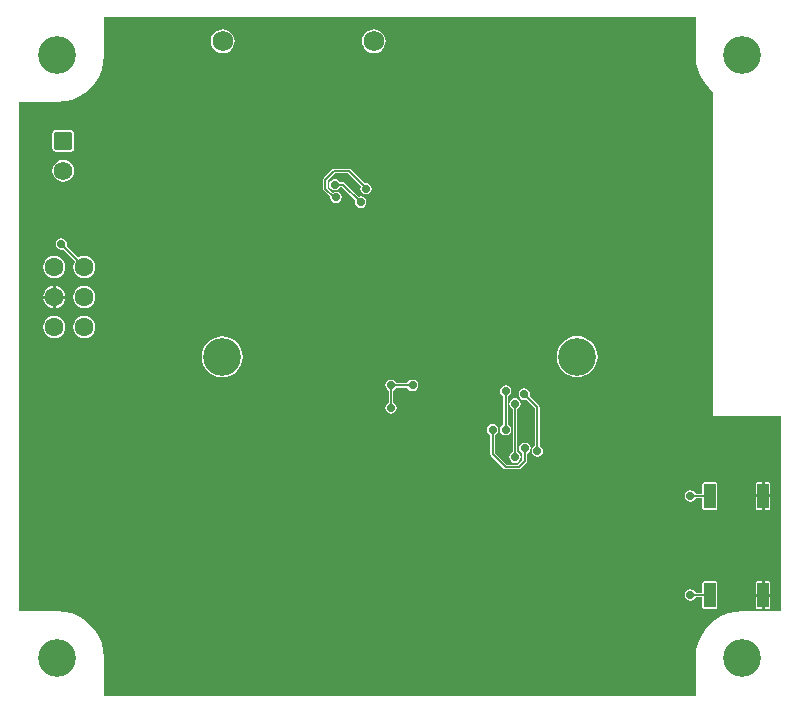
<source format=gbr>
%TF.GenerationSoftware,Altium Limited,Altium Designer,20.1.8 (145)*%
G04 Layer_Physical_Order=4*
G04 Layer_Color=16728128*
%FSLAX45Y45*%
%MOMM*%
%TF.SameCoordinates,BC6BF5D2-64E0-48A2-8BE4-7255E7142536*%
%TF.FilePolarity,Positive*%
%TF.FileFunction,Copper,L4,Bot,Signal*%
%TF.Part,Single*%
G01*
G75*
%TA.AperFunction,Conductor*%
%ADD29C,0.12700*%
%TA.AperFunction,ComponentPad*%
%ADD33C,3.20000*%
%ADD34C,1.75000*%
%ADD35C,1.50000*%
%ADD36C,1.60000*%
%ADD37C,1.58000*%
G04:AMPARAMS|DCode=38|XSize=1.58mm|YSize=1.58mm|CornerRadius=0.158mm|HoleSize=0mm|Usage=FLASHONLY|Rotation=0.000|XOffset=0mm|YOffset=0mm|HoleType=Round|Shape=RoundedRectangle|*
%AMROUNDEDRECTD38*
21,1,1.58000,1.26400,0,0,0.0*
21,1,1.26400,1.58000,0,0,0.0*
1,1,0.31600,0.63200,-0.63200*
1,1,0.31600,-0.63200,-0.63200*
1,1,0.31600,-0.63200,0.63200*
1,1,0.31600,0.63200,0.63200*
%
%ADD38ROUNDEDRECTD38*%
%TA.AperFunction,WasherPad*%
%ADD39C,3.20000*%
%TA.AperFunction,ViaPad*%
%ADD40C,0.70000*%
%TA.AperFunction,SMDPad,CuDef*%
G04:AMPARAMS|DCode=41|XSize=2.1mm|YSize=1mm|CornerRadius=0.05mm|HoleSize=0mm|Usage=FLASHONLY|Rotation=90.000|XOffset=0mm|YOffset=0mm|HoleType=Round|Shape=RoundedRectangle|*
%AMROUNDEDRECTD41*
21,1,2.10000,0.90000,0,0,90.0*
21,1,2.00000,1.00000,0,0,90.0*
1,1,0.10000,0.45000,1.00000*
1,1,0.10000,0.45000,-1.00000*
1,1,0.10000,-0.45000,-1.00000*
1,1,0.10000,-0.45000,1.00000*
%
%ADD41ROUNDEDRECTD41*%
G36*
X5756872Y5450000D02*
X5756005D01*
X5760856Y5388365D01*
X5775289Y5328249D01*
X5798948Y5271130D01*
X5831251Y5218416D01*
X5871404Y5171403D01*
X5904126Y5143456D01*
X5904125Y4774108D01*
X5904104Y4774000D01*
Y3274000D01*
X5904125Y3273893D01*
X5904125Y2400000D01*
X6474104Y2400000D01*
Y743128D01*
X6150000D01*
Y743995D01*
X6088366Y739144D01*
X6028249Y724711D01*
X5971130Y701052D01*
X5918416Y668748D01*
X5871404Y628596D01*
X5831251Y581584D01*
X5798948Y528870D01*
X5775289Y471751D01*
X5760856Y411634D01*
X5756005Y350000D01*
X5756872D01*
Y25896D01*
X743128D01*
Y350000D01*
X743995D01*
X739144Y411634D01*
X724711Y471751D01*
X701052Y528870D01*
X668748Y581584D01*
X628596Y628596D01*
X581584Y668748D01*
X528870Y701052D01*
X471751Y724711D01*
X411634Y739144D01*
X350000Y743995D01*
Y743128D01*
X25896D01*
X25897Y5056872D01*
X350000D01*
Y5056005D01*
X411634Y5060856D01*
X471751Y5075289D01*
X528870Y5098948D01*
X581584Y5131251D01*
X628596Y5171403D01*
X668748Y5218416D01*
X701052Y5271130D01*
X724711Y5328249D01*
X739144Y5388365D01*
X743995Y5450000D01*
X743128D01*
Y5774104D01*
X5756872D01*
Y5450000D01*
D02*
G37*
%LPC*%
G36*
X3030000Y5671065D02*
X3003843Y5667621D01*
X2979468Y5657525D01*
X2958537Y5641463D01*
X2942475Y5620532D01*
X2932379Y5596157D01*
X2928935Y5570000D01*
X2932379Y5543843D01*
X2942475Y5519468D01*
X2958537Y5498537D01*
X2979468Y5482475D01*
X3003843Y5472379D01*
X3030000Y5468935D01*
X3056157Y5472379D01*
X3080532Y5482475D01*
X3101463Y5498537D01*
X3117525Y5519468D01*
X3127621Y5543843D01*
X3131065Y5570000D01*
X3127621Y5596157D01*
X3117525Y5620532D01*
X3101463Y5641463D01*
X3080532Y5657525D01*
X3056157Y5667621D01*
X3030000Y5671065D01*
D02*
G37*
G36*
X1750000D02*
X1723843Y5667621D01*
X1699468Y5657525D01*
X1678537Y5641463D01*
X1662475Y5620532D01*
X1652379Y5596157D01*
X1648935Y5570000D01*
X1652379Y5543843D01*
X1662475Y5519468D01*
X1678537Y5498537D01*
X1699468Y5482475D01*
X1723843Y5472379D01*
X1750000Y5468935D01*
X1776157Y5472379D01*
X1800532Y5482475D01*
X1821463Y5498537D01*
X1837525Y5519468D01*
X1847621Y5543843D01*
X1851065Y5570000D01*
X1847621Y5596157D01*
X1837525Y5620532D01*
X1821463Y5641463D01*
X1800532Y5657525D01*
X1776157Y5667621D01*
X1750000Y5671065D01*
D02*
G37*
G36*
X463200Y4819258D02*
X336800D01*
X325680Y4817046D01*
X316253Y4810747D01*
X309954Y4801320D01*
X307742Y4790199D01*
Y4663800D01*
X309954Y4652680D01*
X316253Y4643253D01*
X325680Y4636953D01*
X336800Y4634742D01*
X463200D01*
X474320Y4636953D01*
X483747Y4643253D01*
X490046Y4652680D01*
X492258Y4663800D01*
Y4790199D01*
X490046Y4801320D01*
X483747Y4810747D01*
X474320Y4817046D01*
X463200Y4819258D01*
D02*
G37*
G36*
X400000Y4565491D02*
X376061Y4562340D01*
X353754Y4553100D01*
X334599Y4538401D01*
X319900Y4519246D01*
X310661Y4496939D01*
X307509Y4473000D01*
X310661Y4449062D01*
X319900Y4426755D01*
X334599Y4407599D01*
X353754Y4392901D01*
X376061Y4383661D01*
X400000Y4380509D01*
X423938Y4383661D01*
X446245Y4392901D01*
X465401Y4407599D01*
X480100Y4426755D01*
X489339Y4449062D01*
X492491Y4473000D01*
X489339Y4496939D01*
X480100Y4519246D01*
X465401Y4538401D01*
X446245Y4553100D01*
X423938Y4562340D01*
X400000Y4565491D01*
D02*
G37*
G36*
X2819824Y4489823D02*
X2692345D01*
X2684912Y4488345D01*
X2678611Y4484134D01*
X2678610Y4484134D01*
X2604342Y4409866D01*
X2600132Y4403564D01*
X2598653Y4396131D01*
Y4322538D01*
X2600132Y4315105D01*
X2604342Y4308803D01*
X2660904Y4252242D01*
X2659899Y4247187D01*
X2663601Y4228575D01*
X2674143Y4212797D01*
X2689921Y4202254D01*
X2708533Y4198552D01*
X2727145Y4202254D01*
X2742923Y4212797D01*
X2753465Y4228575D01*
X2757167Y4247187D01*
X2753465Y4265798D01*
X2742923Y4281577D01*
X2727145Y4292119D01*
X2708533Y4295821D01*
X2689921Y4292119D01*
X2681554Y4286528D01*
X2637500Y4330583D01*
Y4388086D01*
X2700390Y4450977D01*
X2811778D01*
X2920353Y4342403D01*
X2918608Y4339792D01*
X2914906Y4321180D01*
X2918608Y4302568D01*
X2929150Y4286790D01*
X2944928Y4276248D01*
X2963540Y4272546D01*
X2982152Y4276248D01*
X2997930Y4286790D01*
X3008472Y4302568D01*
X3012174Y4321180D01*
X3008472Y4339792D01*
X2997930Y4355570D01*
X2982152Y4366112D01*
X2963540Y4369814D01*
X2950476Y4367216D01*
X2833558Y4484134D01*
X2827257Y4488345D01*
X2819824Y4489823D01*
D02*
G37*
G36*
X2698977Y4404760D02*
X2680365Y4401058D01*
X2664587Y4390516D01*
X2654044Y4374738D01*
X2650342Y4356126D01*
X2654044Y4337514D01*
X2664587Y4321736D01*
X2680365Y4311194D01*
X2698977Y4307492D01*
X2717588Y4311194D01*
X2733367Y4321736D01*
X2743367Y4336703D01*
X2760529D01*
X2872697Y4224535D01*
X2869186Y4206880D01*
X2872888Y4188268D01*
X2883430Y4172490D01*
X2899208Y4161948D01*
X2917820Y4158246D01*
X2936432Y4161948D01*
X2952210Y4172490D01*
X2962752Y4188268D01*
X2966454Y4206880D01*
X2962752Y4225492D01*
X2952210Y4241270D01*
X2936432Y4251812D01*
X2917820Y4255514D01*
X2900166Y4252003D01*
X2782309Y4369860D01*
X2776007Y4374070D01*
X2768574Y4375549D01*
X2743367D01*
X2733367Y4390516D01*
X2717588Y4401058D01*
X2698977Y4404760D01*
D02*
G37*
G36*
X383884Y3900577D02*
X365273Y3896875D01*
X349495Y3886332D01*
X338952Y3870554D01*
X335250Y3851942D01*
X338952Y3833331D01*
X349495Y3817552D01*
X365273Y3807010D01*
X383884Y3803308D01*
X401539Y3806819D01*
X499761Y3708597D01*
X496828Y3704775D01*
X487488Y3682225D01*
X484302Y3658025D01*
X487488Y3633826D01*
X496828Y3611275D01*
X511687Y3591911D01*
X531052Y3577052D01*
X553602Y3567711D01*
X577801Y3564526D01*
X602001Y3567711D01*
X624551Y3577052D01*
X643916Y3591911D01*
X658775Y3611275D01*
X668115Y3633826D01*
X671301Y3658025D01*
X668115Y3682225D01*
X658775Y3704775D01*
X643916Y3724139D01*
X624551Y3738998D01*
X602001Y3748339D01*
X577801Y3751525D01*
X553602Y3748339D01*
X531052Y3738998D01*
X527230Y3736065D01*
X429007Y3834288D01*
X432519Y3851942D01*
X428817Y3870554D01*
X418274Y3886332D01*
X402496Y3896875D01*
X383884Y3900577D01*
D02*
G37*
G36*
X323801Y3751525D02*
X299602Y3748339D01*
X277052Y3738998D01*
X257687Y3724139D01*
X242828Y3704775D01*
X233488Y3682225D01*
X230302Y3658025D01*
X233488Y3633826D01*
X242828Y3611275D01*
X257687Y3591911D01*
X277052Y3577052D01*
X299602Y3567711D01*
X323801Y3564526D01*
X348001Y3567711D01*
X370551Y3577052D01*
X389916Y3591911D01*
X404775Y3611275D01*
X414115Y3633826D01*
X417301Y3658025D01*
X414115Y3682225D01*
X404775Y3704775D01*
X389916Y3724139D01*
X370551Y3738998D01*
X348001Y3748339D01*
X323801Y3751525D01*
D02*
G37*
G36*
X336501Y3495853D02*
Y3416725D01*
X415629D01*
X414115Y3428225D01*
X404775Y3450775D01*
X389916Y3470139D01*
X370551Y3484998D01*
X348001Y3494339D01*
X336501Y3495853D01*
D02*
G37*
G36*
X311101Y3495853D02*
X299602Y3494339D01*
X277052Y3484998D01*
X257687Y3470139D01*
X242828Y3450775D01*
X233488Y3428225D01*
X231974Y3416725D01*
X311101D01*
Y3495853D01*
D02*
G37*
G36*
Y3391325D02*
X231974D01*
X233488Y3379826D01*
X242828Y3357275D01*
X257687Y3337911D01*
X277052Y3323052D01*
X299602Y3313711D01*
X311101Y3312198D01*
Y3391325D01*
D02*
G37*
G36*
X415629D02*
X336501D01*
Y3312197D01*
X348001Y3313711D01*
X370551Y3323052D01*
X389916Y3337911D01*
X404775Y3357275D01*
X414115Y3379826D01*
X415629Y3391325D01*
D02*
G37*
G36*
X577801Y3497525D02*
X553602Y3494339D01*
X531052Y3484998D01*
X511687Y3470139D01*
X496828Y3450775D01*
X487488Y3428225D01*
X484302Y3404025D01*
X487488Y3379826D01*
X496828Y3357275D01*
X511687Y3337911D01*
X531052Y3323052D01*
X553602Y3313711D01*
X577801Y3310526D01*
X602001Y3313711D01*
X624551Y3323052D01*
X643916Y3337911D01*
X658775Y3357275D01*
X668115Y3379826D01*
X671301Y3404025D01*
X668115Y3428225D01*
X658775Y3450775D01*
X643916Y3470139D01*
X624551Y3484998D01*
X602001Y3494339D01*
X577801Y3497525D01*
D02*
G37*
G36*
Y3243525D02*
X553602Y3240339D01*
X531052Y3230998D01*
X511687Y3216139D01*
X496828Y3196775D01*
X487488Y3174225D01*
X484302Y3150025D01*
X487488Y3125826D01*
X496828Y3103275D01*
X511687Y3083911D01*
X531052Y3069052D01*
X553602Y3059711D01*
X577801Y3056526D01*
X602001Y3059711D01*
X624551Y3069052D01*
X643916Y3083911D01*
X658775Y3103275D01*
X668115Y3125826D01*
X671301Y3150025D01*
X668115Y3174225D01*
X658775Y3196775D01*
X643916Y3216139D01*
X624551Y3230998D01*
X602001Y3240339D01*
X577801Y3243525D01*
D02*
G37*
G36*
X323801D02*
X299602Y3240339D01*
X277052Y3230998D01*
X257687Y3216139D01*
X242828Y3196775D01*
X233488Y3174225D01*
X230302Y3150025D01*
X233488Y3125826D01*
X242828Y3103275D01*
X257687Y3083911D01*
X277052Y3069052D01*
X299602Y3059711D01*
X323801Y3056526D01*
X348001Y3059711D01*
X370551Y3069052D01*
X389916Y3083911D01*
X404775Y3103275D01*
X414115Y3125826D01*
X417301Y3150025D01*
X414115Y3174225D01*
X404775Y3196775D01*
X389916Y3216139D01*
X370551Y3230998D01*
X348001Y3240339D01*
X323801Y3243525D01*
D02*
G37*
G36*
X4750000Y3073536D02*
X4716145Y3070201D01*
X4683591Y3060326D01*
X4653589Y3044290D01*
X4627292Y3022708D01*
X4605711Y2996411D01*
X4589674Y2966409D01*
X4579799Y2933855D01*
X4576465Y2900000D01*
X4579799Y2866145D01*
X4589674Y2833591D01*
X4605711Y2803589D01*
X4627292Y2777292D01*
X4653589Y2755711D01*
X4683591Y2739674D01*
X4716145Y2729799D01*
X4750000Y2726464D01*
X4783855Y2729799D01*
X4816409Y2739674D01*
X4846411Y2755711D01*
X4872708Y2777292D01*
X4894290Y2803589D01*
X4910326Y2833591D01*
X4920201Y2866145D01*
X4923536Y2900000D01*
X4920201Y2933855D01*
X4910326Y2966409D01*
X4894290Y2996411D01*
X4872708Y3022708D01*
X4846411Y3044290D01*
X4816409Y3060326D01*
X4783855Y3070201D01*
X4750000Y3073536D01*
D02*
G37*
G36*
X1747500Y3071036D02*
X1713645Y3067701D01*
X1681091Y3057826D01*
X1651089Y3041789D01*
X1624792Y3020208D01*
X1603210Y2993911D01*
X1587174Y2963909D01*
X1577299Y2931355D01*
X1573964Y2897500D01*
X1577299Y2863645D01*
X1587174Y2831091D01*
X1603210Y2801089D01*
X1624792Y2774792D01*
X1651089Y2753210D01*
X1681091Y2737174D01*
X1713645Y2727299D01*
X1747500Y2723964D01*
X1781355Y2727299D01*
X1813909Y2737174D01*
X1843911Y2753210D01*
X1870208Y2774792D01*
X1891789Y2801089D01*
X1907826Y2831091D01*
X1917701Y2863645D01*
X1921036Y2897500D01*
X1917701Y2931355D01*
X1907826Y2963909D01*
X1891789Y2993911D01*
X1870208Y3020208D01*
X1843911Y3041789D01*
X1813909Y3057826D01*
X1781355Y3067701D01*
X1747500Y3071036D01*
D02*
G37*
G36*
X3357480Y2705497D02*
X3338869Y2701795D01*
X3323090Y2691253D01*
X3313090Y2676285D01*
X3219391D01*
X3209390Y2691253D01*
X3193612Y2701795D01*
X3175000Y2705497D01*
X3156388Y2701795D01*
X3140610Y2691253D01*
X3130068Y2675474D01*
X3126366Y2656863D01*
X3130068Y2638251D01*
X3140610Y2622473D01*
X3155577Y2612473D01*
Y2508190D01*
X3140610Y2498190D01*
X3130068Y2482412D01*
X3126366Y2463800D01*
X3130068Y2445188D01*
X3140610Y2429410D01*
X3156388Y2418868D01*
X3175000Y2415166D01*
X3193612Y2418868D01*
X3209390Y2429410D01*
X3219932Y2445188D01*
X3223634Y2463800D01*
X3219932Y2482412D01*
X3209390Y2498190D01*
X3194423Y2508190D01*
Y2612473D01*
X3209390Y2622473D01*
X3219390Y2637439D01*
X3313090D01*
X3323090Y2622473D01*
X3338869Y2611931D01*
X3357480Y2608228D01*
X3376092Y2611931D01*
X3391870Y2622473D01*
X3402413Y2638251D01*
X3406115Y2656863D01*
X3402413Y2675474D01*
X3391870Y2691253D01*
X3376092Y2701795D01*
X3357480Y2705497D01*
D02*
G37*
G36*
X4145924Y2657697D02*
X4127312Y2653995D01*
X4111534Y2643453D01*
X4100992Y2627674D01*
X4097289Y2609063D01*
X4100992Y2590451D01*
X4111534Y2574673D01*
X4126501Y2564673D01*
Y2325860D01*
X4111534Y2315859D01*
X4100992Y2300081D01*
X4097289Y2281470D01*
X4100992Y2262858D01*
X4111534Y2247080D01*
X4127312Y2236537D01*
X4145924Y2232835D01*
X4164535Y2236537D01*
X4180314Y2247080D01*
X4190856Y2262858D01*
X4194558Y2281470D01*
X4190856Y2300081D01*
X4180314Y2315859D01*
X4165347Y2325860D01*
Y2564673D01*
X4180314Y2574673D01*
X4190856Y2590451D01*
X4194558Y2609063D01*
X4190856Y2627674D01*
X4180314Y2643453D01*
X4164535Y2653995D01*
X4145924Y2657697D01*
D02*
G37*
G36*
X4304154Y2629757D02*
X4285542Y2626055D01*
X4269764Y2615513D01*
X4259222Y2599734D01*
X4255520Y2581123D01*
X4259222Y2562511D01*
X4269764Y2546733D01*
X4285542Y2536191D01*
X4304154Y2532488D01*
X4321808Y2536000D01*
X4394739Y2463069D01*
Y2143920D01*
X4379773Y2133919D01*
X4369230Y2118141D01*
X4365528Y2099529D01*
X4369230Y2080918D01*
X4379773Y2065140D01*
X4395551Y2054597D01*
X4414162Y2050895D01*
X4432774Y2054597D01*
X4448552Y2065140D01*
X4459095Y2080918D01*
X4462797Y2099529D01*
X4459095Y2118141D01*
X4448552Y2133919D01*
X4433585Y2143920D01*
Y2471113D01*
X4433586Y2471114D01*
X4432107Y2478547D01*
X4427897Y2484849D01*
X4427896Y2484849D01*
X4349277Y2563469D01*
X4352788Y2581123D01*
X4349086Y2599734D01*
X4338544Y2615513D01*
X4322766Y2626055D01*
X4304154Y2629757D01*
D02*
G37*
G36*
X4226560Y2548921D02*
X4207948Y2545219D01*
X4192170Y2534676D01*
X4181628Y2518898D01*
X4177926Y2500286D01*
X4181628Y2481675D01*
X4192170Y2465897D01*
X4207137Y2455896D01*
Y2091630D01*
X4192170Y2081630D01*
X4181628Y2065852D01*
X4177926Y2047240D01*
X4181628Y2028628D01*
X4192170Y2012850D01*
X4207948Y2002308D01*
X4226560Y1998606D01*
X4245172Y2002308D01*
X4260950Y2012850D01*
X4271492Y2028628D01*
X4275194Y2047240D01*
X4271492Y2065852D01*
X4260950Y2081630D01*
X4245983Y2091630D01*
Y2455896D01*
X4260950Y2465897D01*
X4271492Y2481675D01*
X4275194Y2500286D01*
X4271492Y2518898D01*
X4260950Y2534676D01*
X4245172Y2545219D01*
X4226560Y2548921D01*
D02*
G37*
G36*
X4036120Y2330104D02*
X4017508Y2326402D01*
X4001730Y2315859D01*
X3991188Y2300081D01*
X3987486Y2281470D01*
X3991188Y2262858D01*
X4001730Y2247080D01*
X4016697Y2237079D01*
Y2074792D01*
X4018176Y2067359D01*
X4022386Y2061058D01*
X4133311Y1950133D01*
X4139612Y1945922D01*
X4147045Y1944444D01*
X4259396D01*
X4266829Y1945922D01*
X4273130Y1950133D01*
X4321332Y1998335D01*
X4325543Y2004637D01*
X4327021Y2012070D01*
Y2078456D01*
X4341988Y2088456D01*
X4352531Y2104235D01*
X4356233Y2122846D01*
X4352531Y2141458D01*
X4341988Y2157236D01*
X4326210Y2167778D01*
X4307598Y2171481D01*
X4288987Y2167778D01*
X4273208Y2157236D01*
X4262666Y2141458D01*
X4258964Y2122846D01*
X4262666Y2104235D01*
X4273208Y2088456D01*
X4288175Y2078456D01*
Y2020115D01*
X4251350Y1983290D01*
X4155090D01*
X4055543Y2082837D01*
Y2237080D01*
X4070510Y2247080D01*
X4081052Y2262858D01*
X4084754Y2281470D01*
X4081052Y2300081D01*
X4070510Y2315859D01*
X4054732Y2326402D01*
X4036120Y2330104D01*
D02*
G37*
G36*
X5920000Y1838047D02*
X5830000D01*
X5823094Y1836673D01*
X5817239Y1832761D01*
X5813327Y1826906D01*
X5811953Y1820000D01*
Y1739423D01*
X5754971D01*
X5744971Y1754390D01*
X5729193Y1764932D01*
X5710581Y1768634D01*
X5691970Y1764932D01*
X5676192Y1754390D01*
X5665649Y1738611D01*
X5661947Y1720000D01*
X5665649Y1701388D01*
X5676192Y1685610D01*
X5691970Y1675068D01*
X5710581Y1671365D01*
X5729193Y1675068D01*
X5744971Y1685610D01*
X5754971Y1700577D01*
X5811953D01*
Y1620000D01*
X5813327Y1613094D01*
X5817239Y1607239D01*
X5823094Y1603327D01*
X5830000Y1601953D01*
X5920000D01*
X5926906Y1603327D01*
X5932761Y1607239D01*
X5936673Y1613094D01*
X5938047Y1620000D01*
Y1820000D01*
X5936673Y1826906D01*
X5932761Y1832761D01*
X5926906Y1836673D01*
X5920000Y1838047D01*
D02*
G37*
G36*
X6370000D02*
X6337700D01*
Y1732699D01*
X6388047D01*
Y1820000D01*
X6386673Y1826906D01*
X6382761Y1832761D01*
X6376906Y1836673D01*
X6370000Y1838047D01*
D02*
G37*
G36*
X6312300D02*
X6280000D01*
X6273094Y1836673D01*
X6267239Y1832761D01*
X6263327Y1826906D01*
X6261953Y1820000D01*
Y1732699D01*
X6312300D01*
Y1838047D01*
D02*
G37*
G36*
X6388047Y1707299D02*
X6337700D01*
Y1601953D01*
X6370000D01*
X6376906Y1603327D01*
X6382761Y1607239D01*
X6386673Y1613094D01*
X6388047Y1620000D01*
Y1707299D01*
D02*
G37*
G36*
X6312300D02*
X6261953D01*
Y1620000D01*
X6263327Y1613094D01*
X6267239Y1607239D01*
X6273094Y1603327D01*
X6280000Y1601953D01*
X6312300D01*
Y1707299D01*
D02*
G37*
G36*
X5920000Y998047D02*
X5830000D01*
X5823094Y996673D01*
X5817239Y992761D01*
X5813327Y986906D01*
X5811953Y980000D01*
Y899423D01*
X5754971D01*
X5744971Y914390D01*
X5729193Y924932D01*
X5710581Y928634D01*
X5691970Y924932D01*
X5676192Y914390D01*
X5665649Y898612D01*
X5661947Y880000D01*
X5665649Y861388D01*
X5676192Y845610D01*
X5691970Y835068D01*
X5710581Y831366D01*
X5729193Y835068D01*
X5744971Y845610D01*
X5754971Y860577D01*
X5811953D01*
Y780000D01*
X5813327Y773094D01*
X5817239Y767239D01*
X5823094Y763327D01*
X5830000Y761953D01*
X5920000D01*
X5926906Y763327D01*
X5932761Y767239D01*
X5936673Y773094D01*
X5938047Y780000D01*
Y980000D01*
X5936673Y986906D01*
X5932761Y992761D01*
X5926906Y996673D01*
X5920000Y998047D01*
D02*
G37*
G36*
X6370000D02*
X6337701D01*
Y892700D01*
X6388047D01*
Y980000D01*
X6386673Y986906D01*
X6382761Y992761D01*
X6376906Y996673D01*
X6370000Y998047D01*
D02*
G37*
G36*
X6312301D02*
X6280000D01*
X6273094Y996673D01*
X6267239Y992761D01*
X6263327Y986906D01*
X6261953Y980000D01*
Y892700D01*
X6312301D01*
Y998047D01*
D02*
G37*
G36*
X6388047Y867300D02*
X6337701D01*
Y761953D01*
X6370000D01*
X6376906Y763327D01*
X6382761Y767239D01*
X6386673Y773094D01*
X6388047Y780000D01*
Y867300D01*
D02*
G37*
G36*
X6312301D02*
X6261953D01*
Y780000D01*
X6263327Y773094D01*
X6267239Y767239D01*
X6273094Y763327D01*
X6280000Y761953D01*
X6312301D01*
Y867300D01*
D02*
G37*
%LPD*%
D29*
X4145924Y2291630D02*
X4153550Y2284004D01*
X4145924Y2291630D02*
Y2609063D01*
X2698977Y4356126D02*
X2768574D01*
X2917820Y4206880D01*
Y4206880D02*
Y4206880D01*
X2693427Y4247187D02*
X2708533D01*
X2618077Y4322538D02*
X2693427Y4247187D01*
X2618077Y4322538D02*
Y4396131D01*
X2692345Y4470400D01*
X2819824D01*
X2963540Y4321180D02*
Y4326684D01*
X2819824Y4470400D02*
X2963540Y4326684D01*
X4036120Y2074792D02*
X4147045Y1963867D01*
X4036120Y2281470D02*
X4036120Y2281469D01*
Y2074792D02*
Y2281469D01*
X4226560Y2047240D02*
Y2500286D01*
X4414162Y2112229D02*
Y2471114D01*
X4304154Y2581123D02*
X4414162Y2471114D01*
X4307598Y2012070D02*
Y2122846D01*
X4147045Y1963867D02*
X4259396D01*
X4307598Y2012070D01*
X5710581Y880000D02*
X5875000D01*
X383884Y3851942D02*
X577801Y3658025D01*
X3175000Y2651614D02*
X3178202Y2654816D01*
X3175000Y2656863D02*
X3175001Y2656862D01*
X3357480D02*
X3357480Y2656863D01*
X3175001Y2656862D02*
X3357480D01*
X3175000Y2463800D02*
Y2651614D01*
X5710581Y1720000D02*
X5875000D01*
D33*
X4750000Y2900000D02*
D03*
X1747500Y2897500D02*
D03*
D34*
X3030000Y5570000D02*
D03*
X1750000D02*
D03*
D35*
X508000Y2032000D02*
D03*
X254000D02*
D03*
X2286000Y4318000D02*
D03*
X508000Y1524000D02*
D03*
X3810000Y3810000D02*
D03*
X6350000Y2032000D02*
D03*
X254000Y1778000D02*
D03*
Y1524000D02*
D03*
X5842000Y2032000D02*
D03*
Y2286000D02*
D03*
X3556000Y3810000D02*
D03*
X6096000Y2032000D02*
D03*
X508000Y1778000D02*
D03*
X6350000Y2286000D02*
D03*
X2032000Y4318000D02*
D03*
X6096000Y2286000D02*
D03*
D36*
X577801Y3658025D02*
D03*
Y3404025D02*
D03*
Y3150025D02*
D03*
X323801D02*
D03*
Y3404025D02*
D03*
Y3658025D02*
D03*
D37*
X400000Y4473000D02*
D03*
D38*
Y4727000D02*
D03*
D39*
X6150000Y350000D02*
D03*
Y5450000D02*
D03*
X350000Y350000D02*
D03*
Y5450000D02*
D03*
D40*
X2494212Y3953522D02*
D03*
X2405153Y3864463D02*
D03*
X2583271Y3864463D02*
D03*
X3313186Y3876352D02*
D03*
X3402096Y3787293D02*
D03*
X3313186Y3698234D02*
D03*
X2708533Y4247187D02*
D03*
X2698977Y4356126D02*
D03*
X2879191Y4324435D02*
D03*
X5710581Y880000D02*
D03*
X2758391Y4180466D02*
D03*
X2879191Y4132172D02*
D03*
X2758391Y4414589D02*
D03*
X2963540Y4321180D02*
D03*
X2917820Y4206880D02*
D03*
X383884Y3851942D02*
D03*
X4450895Y3717580D02*
D03*
X2885505Y3829453D02*
D03*
X3086100D02*
D03*
X3357480Y2656863D02*
D03*
X3175000Y2463800D02*
D03*
X4036120Y2281470D02*
D03*
X1165948Y5139237D02*
D03*
X4414162Y2099529D02*
D03*
X4307598Y2122846D02*
D03*
X5484271Y5058983D02*
D03*
X5598000Y5153983D02*
D03*
X5711729Y5058983D02*
D03*
X6215380Y880000D02*
D03*
Y1720000D02*
D03*
X2953379Y5184477D02*
D03*
X2583574Y5552156D02*
D03*
Y5397844D02*
D03*
X2503279Y5549616D02*
D03*
X2480418Y5474999D02*
D03*
X2686729D02*
D03*
X2663869Y5549616D02*
D03*
X2503280Y5400384D02*
D03*
X2663869D02*
D03*
X2841629Y5275940D02*
D03*
X2728379Y5184477D02*
D03*
X4304154Y2581123D02*
D03*
X3175000Y2656863D02*
D03*
X2149927Y4689237D02*
D03*
X4145924Y2281470D02*
D03*
X4226560Y2047240D02*
D03*
X2416308Y4914237D02*
D03*
X4226560Y2500286D02*
D03*
X4145924Y2609063D02*
D03*
X3128090Y3561057D02*
D03*
X1105060Y3788026D02*
D03*
X1016000Y3876936D02*
D03*
X926941Y3788026D02*
D03*
X3339429Y5139237D02*
D03*
X3250370Y5228148D02*
D03*
X3161310Y5139237D02*
D03*
X3888095D02*
D03*
X3799036Y5228148D02*
D03*
X3709976Y5139237D02*
D03*
X3768619Y4500600D02*
D03*
X1879154Y3554463D02*
D03*
X1879154Y3644463D02*
D03*
X2171933Y5184478D02*
D03*
X1946933D02*
D03*
X2060183Y5275941D02*
D03*
X2213173Y4914237D02*
D03*
X1907250Y4914237D02*
D03*
X4952920Y4340600D02*
D03*
X5710581Y1720000D02*
D03*
X2643551Y2886750D02*
D03*
X3025000Y2824760D02*
D03*
X3086430Y2969160D02*
D03*
Y3040280D02*
D03*
X3239840Y3652520D02*
D03*
X3474000Y2824760D02*
D03*
X3400000D02*
D03*
X3413570Y2969160D02*
D03*
Y3040280D02*
D03*
X3858320Y2886005D02*
D03*
X4385760Y4365678D02*
D03*
X4776475Y3488366D02*
D03*
Y3413750D02*
D03*
X4783184Y4694668D02*
D03*
Y4615600D02*
D03*
X4958000Y4694668D02*
D03*
X5758000Y3704833D02*
D03*
Y3622716D02*
D03*
Y3869066D02*
D03*
Y3786950D02*
D03*
Y4115416D02*
D03*
Y4033300D02*
D03*
Y4279650D02*
D03*
Y4197533D02*
D03*
Y4443883D02*
D03*
X5853000Y4694668D02*
D03*
X5758000D02*
D03*
X2643551Y3113250D02*
D03*
X3100000Y3171255D02*
D03*
X3475000D02*
D03*
X3400000D02*
D03*
X3858320Y3111500D02*
D03*
X4776475Y3339135D02*
D03*
X4783080Y4340600D02*
D03*
X4924980Y3339135D02*
D03*
X4958000Y4531612D02*
D03*
X5158213Y3718380D02*
D03*
X5160500Y3922971D02*
D03*
Y4120471D02*
D03*
X5158213Y4322820D02*
D03*
X5357999Y3718380D02*
D03*
X5358000Y3922971D02*
D03*
Y4120471D02*
D03*
X5357999Y4322820D02*
D03*
X5557786Y3718380D02*
D03*
X5556276Y3922971D02*
D03*
Y4120471D02*
D03*
X5557786Y4322820D02*
D03*
X5853000Y3339578D02*
D03*
X5766979Y3339578D02*
D03*
X5758000Y3540600D02*
D03*
Y3951183D02*
D03*
Y4361766D02*
D03*
Y4526000D02*
D03*
X2953760Y2895000D02*
D03*
X2552473Y2999861D02*
D03*
X2929813Y3186231D02*
D03*
X3543917Y2895000D02*
D03*
X3949780Y3000000D02*
D03*
X4151546Y4178161D02*
D03*
X4863000Y4694668D02*
D03*
X5058320Y3819119D02*
D03*
X5259196Y3823100D02*
D03*
X5456696D02*
D03*
X5657680Y3819120D02*
D03*
X5058320Y4020599D02*
D03*
X5259196Y4020600D02*
D03*
X5457893D02*
D03*
X5657680Y4020600D02*
D03*
X5058320Y4222078D02*
D03*
X5259196Y4218100D02*
D03*
X5456696D02*
D03*
X5657680Y4222079D02*
D03*
X5678000Y4694668D02*
D03*
X3543917Y3105000D02*
D03*
X3351590Y3561057D02*
D03*
X4850728Y3339135D02*
D03*
X5058320Y3718380D02*
D03*
X5258106D02*
D03*
X5457893D02*
D03*
X5657679D02*
D03*
X5058320Y3919859D02*
D03*
X5259196Y3922971D02*
D03*
X5456696D02*
D03*
X5657680Y3919860D02*
D03*
X5058320Y4121338D02*
D03*
X5259196Y4120471D02*
D03*
X5456696D02*
D03*
X5657680Y4121339D02*
D03*
X5058320Y4322818D02*
D03*
X5258106Y4322820D02*
D03*
X5457893D02*
D03*
X5657679Y4322819D02*
D03*
X5678000Y4526000D02*
D03*
D41*
X6325000Y880000D02*
D03*
Y1720000D02*
D03*
X5875000Y880000D02*
D03*
Y1720000D02*
D03*
%TF.MD5,cbd06639d4497fbc530a13c375e8802f*%
M02*

</source>
